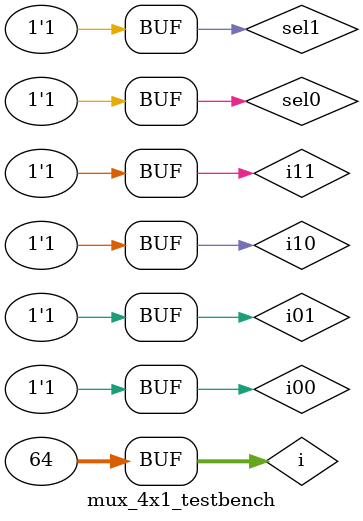
<source format=sv>
module mux_4x1(out, i00, i01, i10, i11, sel0, sel1);
	output logic out;
	input logic i00, i01, i10, i11, sel0, sel1;

	logic v0, v1;

	mux_2x1 m0(.out(v0), .i0(i00), .i1(i01), .sel(sel0));
	mux_2x1 m1(.out(v1), .i0(i10), .i1(i11), .sel(sel0));
	mux_2x1 m (.out(out), .i0(v0), .i1(v1), .sel(sel1));
endmodule

module mux_4x1_testbench();
	logic i00, i01, i10, i11, sel0, sel1;
	logic out;

	mux_4x1 dut (.out, .i00, .i01, .i10, .i11, .sel0, .sel1);

	integer i;
	initial begin
		for(i=0; i<64; i++) begin
			{sel1, sel0, i00, i01, i10, i11} = i; #10;
		end
	end
endmodule


</source>
